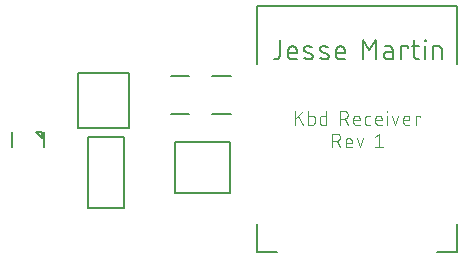
<source format=gto>
G75*
%MOIN*%
%OFA0B0*%
%FSLAX25Y25*%
%IPPOS*%
%LPD*%
%AMOC8*
5,1,8,0,0,1.08239X$1,22.5*
%
%ADD10C,0.00600*%
%ADD11C,0.00400*%
%ADD12C,0.00500*%
D10*
X0097975Y0074091D02*
X0098686Y0074091D01*
X0098760Y0074093D01*
X0098835Y0074099D01*
X0098908Y0074109D01*
X0098982Y0074122D01*
X0099054Y0074139D01*
X0099125Y0074161D01*
X0099196Y0074185D01*
X0099264Y0074214D01*
X0099332Y0074246D01*
X0099397Y0074282D01*
X0099460Y0074320D01*
X0099522Y0074363D01*
X0099581Y0074408D01*
X0099638Y0074456D01*
X0099692Y0074507D01*
X0099743Y0074561D01*
X0099791Y0074618D01*
X0099836Y0074677D01*
X0099879Y0074739D01*
X0099917Y0074802D01*
X0099953Y0074867D01*
X0099985Y0074935D01*
X0100014Y0075003D01*
X0100038Y0075074D01*
X0100060Y0075145D01*
X0100077Y0075217D01*
X0100090Y0075291D01*
X0100100Y0075364D01*
X0100106Y0075439D01*
X0100108Y0075513D01*
X0100109Y0075513D02*
X0100109Y0080491D01*
X0102836Y0076936D02*
X0102836Y0075158D01*
X0102836Y0076225D02*
X0105681Y0076225D01*
X0105681Y0076936D01*
X0105680Y0076936D02*
X0105678Y0077010D01*
X0105672Y0077085D01*
X0105662Y0077158D01*
X0105649Y0077232D01*
X0105632Y0077304D01*
X0105610Y0077375D01*
X0105586Y0077446D01*
X0105557Y0077514D01*
X0105525Y0077582D01*
X0105489Y0077647D01*
X0105451Y0077710D01*
X0105408Y0077772D01*
X0105363Y0077831D01*
X0105315Y0077888D01*
X0105264Y0077942D01*
X0105210Y0077993D01*
X0105153Y0078041D01*
X0105094Y0078086D01*
X0105032Y0078129D01*
X0104969Y0078167D01*
X0104904Y0078203D01*
X0104836Y0078235D01*
X0104768Y0078264D01*
X0104697Y0078288D01*
X0104626Y0078310D01*
X0104554Y0078327D01*
X0104480Y0078340D01*
X0104407Y0078350D01*
X0104332Y0078356D01*
X0104258Y0078358D01*
X0104184Y0078356D01*
X0104109Y0078350D01*
X0104036Y0078340D01*
X0103962Y0078327D01*
X0103890Y0078310D01*
X0103819Y0078288D01*
X0103748Y0078264D01*
X0103680Y0078235D01*
X0103612Y0078203D01*
X0103547Y0078167D01*
X0103484Y0078129D01*
X0103422Y0078086D01*
X0103363Y0078041D01*
X0103306Y0077993D01*
X0103252Y0077942D01*
X0103201Y0077888D01*
X0103153Y0077831D01*
X0103108Y0077772D01*
X0103065Y0077710D01*
X0103027Y0077647D01*
X0102991Y0077582D01*
X0102959Y0077514D01*
X0102930Y0077446D01*
X0102906Y0077375D01*
X0102884Y0077304D01*
X0102867Y0077232D01*
X0102854Y0077158D01*
X0102844Y0077085D01*
X0102838Y0077010D01*
X0102836Y0076936D01*
X0102836Y0075158D02*
X0102838Y0075094D01*
X0102844Y0075029D01*
X0102853Y0074966D01*
X0102867Y0074903D01*
X0102884Y0074841D01*
X0102905Y0074780D01*
X0102930Y0074720D01*
X0102958Y0074662D01*
X0102990Y0074606D01*
X0103025Y0074552D01*
X0103063Y0074500D01*
X0103104Y0074450D01*
X0103149Y0074404D01*
X0103195Y0074359D01*
X0103245Y0074318D01*
X0103297Y0074280D01*
X0103351Y0074245D01*
X0103407Y0074213D01*
X0103465Y0074185D01*
X0103525Y0074160D01*
X0103586Y0074139D01*
X0103648Y0074122D01*
X0103711Y0074108D01*
X0103774Y0074099D01*
X0103839Y0074093D01*
X0103903Y0074091D01*
X0105681Y0074091D01*
X0109059Y0078359D02*
X0109177Y0078355D01*
X0109294Y0078348D01*
X0109412Y0078338D01*
X0109529Y0078324D01*
X0109645Y0078307D01*
X0109761Y0078287D01*
X0109877Y0078263D01*
X0109992Y0078236D01*
X0110106Y0078205D01*
X0110218Y0078171D01*
X0110330Y0078134D01*
X0110441Y0078093D01*
X0110551Y0078050D01*
X0110659Y0078003D01*
X0109058Y0078358D02*
X0108999Y0078357D01*
X0108939Y0078352D01*
X0108881Y0078343D01*
X0108822Y0078331D01*
X0108765Y0078314D01*
X0108709Y0078295D01*
X0108654Y0078271D01*
X0108601Y0078244D01*
X0108550Y0078214D01*
X0108501Y0078180D01*
X0108454Y0078144D01*
X0108410Y0078104D01*
X0108368Y0078062D01*
X0108329Y0078017D01*
X0108293Y0077969D01*
X0108260Y0077920D01*
X0108231Y0077868D01*
X0108204Y0077815D01*
X0108182Y0077760D01*
X0108163Y0077703D01*
X0108147Y0077646D01*
X0108136Y0077588D01*
X0108128Y0077529D01*
X0108124Y0077469D01*
X0108123Y0077410D01*
X0108127Y0077350D01*
X0108134Y0077291D01*
X0108146Y0077233D01*
X0108161Y0077175D01*
X0108179Y0077119D01*
X0108202Y0077064D01*
X0108227Y0077010D01*
X0108257Y0076958D01*
X0108289Y0076908D01*
X0108325Y0076861D01*
X0108363Y0076815D01*
X0108405Y0076773D01*
X0108449Y0076733D01*
X0108495Y0076696D01*
X0108544Y0076662D01*
X0108595Y0076631D01*
X0108648Y0076604D01*
X0108703Y0076580D01*
X0110481Y0075869D01*
X0110480Y0075869D02*
X0110535Y0075845D01*
X0110588Y0075818D01*
X0110639Y0075787D01*
X0110688Y0075753D01*
X0110734Y0075716D01*
X0110778Y0075676D01*
X0110820Y0075634D01*
X0110858Y0075588D01*
X0110894Y0075541D01*
X0110926Y0075491D01*
X0110956Y0075439D01*
X0110981Y0075385D01*
X0111004Y0075330D01*
X0111022Y0075274D01*
X0111037Y0075216D01*
X0111049Y0075158D01*
X0111056Y0075099D01*
X0111060Y0075039D01*
X0111059Y0074980D01*
X0111055Y0074920D01*
X0111047Y0074861D01*
X0111036Y0074803D01*
X0111020Y0074746D01*
X0111001Y0074689D01*
X0110979Y0074634D01*
X0110952Y0074581D01*
X0110923Y0074529D01*
X0110890Y0074480D01*
X0110854Y0074432D01*
X0110815Y0074387D01*
X0110773Y0074345D01*
X0110729Y0074305D01*
X0110682Y0074269D01*
X0110633Y0074235D01*
X0110582Y0074205D01*
X0110529Y0074178D01*
X0110474Y0074154D01*
X0110418Y0074135D01*
X0110361Y0074118D01*
X0110302Y0074106D01*
X0110244Y0074097D01*
X0110184Y0074092D01*
X0110125Y0074091D01*
X0114392Y0078359D02*
X0114510Y0078355D01*
X0114627Y0078348D01*
X0114745Y0078338D01*
X0114862Y0078324D01*
X0114978Y0078307D01*
X0115094Y0078287D01*
X0115210Y0078263D01*
X0115325Y0078236D01*
X0115439Y0078205D01*
X0115551Y0078171D01*
X0115663Y0078134D01*
X0115774Y0078093D01*
X0115884Y0078050D01*
X0115992Y0078003D01*
X0114392Y0078358D02*
X0114333Y0078357D01*
X0114273Y0078352D01*
X0114215Y0078343D01*
X0114156Y0078331D01*
X0114099Y0078314D01*
X0114043Y0078295D01*
X0113988Y0078271D01*
X0113935Y0078244D01*
X0113884Y0078214D01*
X0113835Y0078180D01*
X0113788Y0078144D01*
X0113744Y0078104D01*
X0113702Y0078062D01*
X0113663Y0078017D01*
X0113627Y0077969D01*
X0113594Y0077920D01*
X0113565Y0077868D01*
X0113538Y0077815D01*
X0113516Y0077760D01*
X0113497Y0077703D01*
X0113481Y0077646D01*
X0113470Y0077588D01*
X0113462Y0077529D01*
X0113458Y0077469D01*
X0113457Y0077410D01*
X0113461Y0077350D01*
X0113468Y0077291D01*
X0113480Y0077233D01*
X0113495Y0077175D01*
X0113513Y0077119D01*
X0113536Y0077064D01*
X0113561Y0077010D01*
X0113591Y0076958D01*
X0113623Y0076908D01*
X0113659Y0076861D01*
X0113697Y0076815D01*
X0113739Y0076773D01*
X0113783Y0076733D01*
X0113829Y0076696D01*
X0113878Y0076662D01*
X0113929Y0076631D01*
X0113982Y0076604D01*
X0114037Y0076580D01*
X0115814Y0075869D01*
X0115869Y0075845D01*
X0115922Y0075818D01*
X0115973Y0075787D01*
X0116022Y0075753D01*
X0116068Y0075716D01*
X0116112Y0075676D01*
X0116154Y0075634D01*
X0116192Y0075588D01*
X0116228Y0075541D01*
X0116260Y0075491D01*
X0116290Y0075439D01*
X0116315Y0075385D01*
X0116338Y0075330D01*
X0116356Y0075274D01*
X0116371Y0075216D01*
X0116383Y0075158D01*
X0116390Y0075099D01*
X0116394Y0075039D01*
X0116393Y0074980D01*
X0116389Y0074920D01*
X0116381Y0074861D01*
X0116370Y0074803D01*
X0116354Y0074746D01*
X0116335Y0074689D01*
X0116313Y0074634D01*
X0116286Y0074581D01*
X0116257Y0074529D01*
X0116224Y0074480D01*
X0116188Y0074432D01*
X0116149Y0074387D01*
X0116107Y0074345D01*
X0116063Y0074305D01*
X0116016Y0074269D01*
X0115967Y0074235D01*
X0115916Y0074205D01*
X0115863Y0074178D01*
X0115808Y0074154D01*
X0115752Y0074135D01*
X0115695Y0074118D01*
X0115636Y0074106D01*
X0115578Y0074097D01*
X0115518Y0074092D01*
X0115459Y0074091D01*
X0118837Y0075158D02*
X0118837Y0076936D01*
X0118837Y0076225D02*
X0121681Y0076225D01*
X0121681Y0076936D01*
X0121679Y0077010D01*
X0121673Y0077085D01*
X0121663Y0077158D01*
X0121650Y0077232D01*
X0121633Y0077304D01*
X0121611Y0077375D01*
X0121587Y0077446D01*
X0121558Y0077514D01*
X0121526Y0077582D01*
X0121490Y0077647D01*
X0121452Y0077710D01*
X0121409Y0077772D01*
X0121364Y0077831D01*
X0121316Y0077888D01*
X0121265Y0077942D01*
X0121211Y0077993D01*
X0121154Y0078041D01*
X0121095Y0078086D01*
X0121033Y0078129D01*
X0120970Y0078167D01*
X0120905Y0078203D01*
X0120837Y0078235D01*
X0120769Y0078264D01*
X0120698Y0078288D01*
X0120627Y0078310D01*
X0120555Y0078327D01*
X0120481Y0078340D01*
X0120408Y0078350D01*
X0120333Y0078356D01*
X0120259Y0078358D01*
X0120185Y0078356D01*
X0120110Y0078350D01*
X0120037Y0078340D01*
X0119963Y0078327D01*
X0119891Y0078310D01*
X0119820Y0078288D01*
X0119749Y0078264D01*
X0119681Y0078235D01*
X0119613Y0078203D01*
X0119548Y0078167D01*
X0119485Y0078129D01*
X0119423Y0078086D01*
X0119364Y0078041D01*
X0119307Y0077993D01*
X0119253Y0077942D01*
X0119202Y0077888D01*
X0119154Y0077831D01*
X0119109Y0077772D01*
X0119066Y0077710D01*
X0119028Y0077647D01*
X0118992Y0077582D01*
X0118960Y0077514D01*
X0118931Y0077446D01*
X0118907Y0077375D01*
X0118885Y0077304D01*
X0118868Y0077232D01*
X0118855Y0077158D01*
X0118845Y0077085D01*
X0118839Y0077010D01*
X0118837Y0076936D01*
X0118836Y0075158D02*
X0118838Y0075094D01*
X0118844Y0075029D01*
X0118853Y0074966D01*
X0118867Y0074903D01*
X0118884Y0074841D01*
X0118905Y0074780D01*
X0118930Y0074720D01*
X0118958Y0074662D01*
X0118990Y0074606D01*
X0119025Y0074552D01*
X0119063Y0074500D01*
X0119104Y0074450D01*
X0119149Y0074404D01*
X0119195Y0074359D01*
X0119245Y0074318D01*
X0119297Y0074280D01*
X0119351Y0074245D01*
X0119407Y0074213D01*
X0119465Y0074185D01*
X0119525Y0074160D01*
X0119586Y0074139D01*
X0119648Y0074122D01*
X0119711Y0074108D01*
X0119774Y0074099D01*
X0119839Y0074093D01*
X0119903Y0074091D01*
X0121681Y0074091D01*
X0127767Y0074091D02*
X0127767Y0080491D01*
X0129900Y0076936D01*
X0132034Y0080491D01*
X0132034Y0074091D01*
X0136053Y0074091D02*
X0137653Y0074091D01*
X0137653Y0077291D01*
X0137653Y0076580D02*
X0136053Y0076580D01*
X0137653Y0077291D02*
X0137651Y0077355D01*
X0137645Y0077420D01*
X0137636Y0077483D01*
X0137622Y0077546D01*
X0137605Y0077608D01*
X0137584Y0077669D01*
X0137559Y0077729D01*
X0137531Y0077787D01*
X0137499Y0077843D01*
X0137464Y0077897D01*
X0137426Y0077949D01*
X0137385Y0077999D01*
X0137340Y0078045D01*
X0137294Y0078090D01*
X0137244Y0078131D01*
X0137192Y0078169D01*
X0137138Y0078204D01*
X0137082Y0078236D01*
X0137024Y0078264D01*
X0136964Y0078289D01*
X0136903Y0078310D01*
X0136841Y0078327D01*
X0136778Y0078341D01*
X0136715Y0078350D01*
X0136650Y0078356D01*
X0136586Y0078358D01*
X0135164Y0078358D01*
X0136053Y0076580D02*
X0135983Y0076578D01*
X0135914Y0076572D01*
X0135845Y0076562D01*
X0135776Y0076549D01*
X0135709Y0076531D01*
X0135642Y0076510D01*
X0135577Y0076485D01*
X0135513Y0076457D01*
X0135451Y0076425D01*
X0135391Y0076389D01*
X0135333Y0076351D01*
X0135277Y0076309D01*
X0135224Y0076264D01*
X0135173Y0076216D01*
X0135125Y0076165D01*
X0135080Y0076112D01*
X0135038Y0076056D01*
X0135000Y0075998D01*
X0134964Y0075938D01*
X0134932Y0075876D01*
X0134904Y0075812D01*
X0134879Y0075747D01*
X0134858Y0075680D01*
X0134840Y0075613D01*
X0134827Y0075544D01*
X0134817Y0075475D01*
X0134811Y0075406D01*
X0134809Y0075336D01*
X0134811Y0075266D01*
X0134817Y0075197D01*
X0134827Y0075128D01*
X0134840Y0075059D01*
X0134858Y0074992D01*
X0134879Y0074925D01*
X0134904Y0074860D01*
X0134932Y0074796D01*
X0134964Y0074734D01*
X0135000Y0074674D01*
X0135038Y0074616D01*
X0135080Y0074560D01*
X0135125Y0074507D01*
X0135173Y0074456D01*
X0135224Y0074408D01*
X0135277Y0074363D01*
X0135333Y0074321D01*
X0135391Y0074283D01*
X0135451Y0074247D01*
X0135513Y0074215D01*
X0135577Y0074187D01*
X0135642Y0074162D01*
X0135709Y0074141D01*
X0135776Y0074123D01*
X0135845Y0074110D01*
X0135914Y0074100D01*
X0135983Y0074094D01*
X0136053Y0074092D01*
X0140614Y0074091D02*
X0140614Y0078358D01*
X0142748Y0078358D01*
X0142748Y0077647D01*
X0144173Y0078358D02*
X0146306Y0078358D01*
X0148567Y0078358D02*
X0148567Y0074091D01*
X0151248Y0074091D02*
X0151248Y0078358D01*
X0153026Y0078358D01*
X0153090Y0078356D01*
X0153155Y0078350D01*
X0153218Y0078341D01*
X0153281Y0078327D01*
X0153343Y0078310D01*
X0153404Y0078289D01*
X0153464Y0078264D01*
X0153522Y0078236D01*
X0153578Y0078204D01*
X0153632Y0078169D01*
X0153684Y0078131D01*
X0153734Y0078090D01*
X0153780Y0078045D01*
X0153825Y0077999D01*
X0153866Y0077949D01*
X0153904Y0077897D01*
X0153939Y0077843D01*
X0153971Y0077787D01*
X0153999Y0077729D01*
X0154024Y0077669D01*
X0154045Y0077608D01*
X0154062Y0077546D01*
X0154076Y0077483D01*
X0154085Y0077420D01*
X0154091Y0077355D01*
X0154093Y0077291D01*
X0154092Y0077291D02*
X0154092Y0074091D01*
X0146306Y0074091D02*
X0145951Y0074091D01*
X0145887Y0074093D01*
X0145822Y0074099D01*
X0145759Y0074108D01*
X0145696Y0074122D01*
X0145634Y0074139D01*
X0145573Y0074160D01*
X0145513Y0074185D01*
X0145455Y0074213D01*
X0145399Y0074245D01*
X0145345Y0074280D01*
X0145293Y0074318D01*
X0145243Y0074359D01*
X0145197Y0074404D01*
X0145152Y0074450D01*
X0145111Y0074500D01*
X0145073Y0074552D01*
X0145038Y0074606D01*
X0145006Y0074662D01*
X0144978Y0074720D01*
X0144953Y0074780D01*
X0144932Y0074841D01*
X0144915Y0074903D01*
X0144901Y0074966D01*
X0144892Y0075029D01*
X0144886Y0075094D01*
X0144884Y0075158D01*
X0144884Y0080491D01*
X0148390Y0080491D02*
X0148745Y0080491D01*
X0148745Y0080136D01*
X0148390Y0080136D01*
X0148390Y0080491D01*
X0115459Y0074092D02*
X0115305Y0074096D01*
X0115152Y0074104D01*
X0114999Y0074116D01*
X0114846Y0074132D01*
X0114694Y0074151D01*
X0114542Y0074175D01*
X0114391Y0074202D01*
X0114241Y0074234D01*
X0114091Y0074269D01*
X0113942Y0074308D01*
X0113795Y0074351D01*
X0113648Y0074397D01*
X0113503Y0074447D01*
X0110125Y0074092D02*
X0109971Y0074096D01*
X0109818Y0074104D01*
X0109665Y0074116D01*
X0109512Y0074132D01*
X0109360Y0074151D01*
X0109208Y0074175D01*
X0109057Y0074202D01*
X0108907Y0074234D01*
X0108757Y0074269D01*
X0108608Y0074308D01*
X0108461Y0074351D01*
X0108314Y0074397D01*
X0108169Y0074447D01*
D11*
X0107758Y0056750D02*
X0105202Y0053939D01*
X0106225Y0054962D02*
X0107758Y0052150D01*
X0109614Y0052150D02*
X0110892Y0052150D01*
X0110947Y0052152D01*
X0111001Y0052158D01*
X0111055Y0052168D01*
X0111108Y0052181D01*
X0111160Y0052198D01*
X0111211Y0052219D01*
X0111260Y0052244D01*
X0111307Y0052272D01*
X0111352Y0052303D01*
X0111394Y0052337D01*
X0111434Y0052375D01*
X0111472Y0052415D01*
X0111506Y0052457D01*
X0111537Y0052502D01*
X0111565Y0052549D01*
X0111590Y0052598D01*
X0111611Y0052649D01*
X0111628Y0052701D01*
X0111641Y0052754D01*
X0111651Y0052808D01*
X0111657Y0052862D01*
X0111659Y0052917D01*
X0111659Y0054450D01*
X0111657Y0054505D01*
X0111651Y0054559D01*
X0111641Y0054613D01*
X0111628Y0054666D01*
X0111611Y0054718D01*
X0111590Y0054769D01*
X0111565Y0054818D01*
X0111537Y0054865D01*
X0111506Y0054910D01*
X0111472Y0054952D01*
X0111434Y0054992D01*
X0111394Y0055030D01*
X0111352Y0055064D01*
X0111307Y0055095D01*
X0111260Y0055123D01*
X0111211Y0055148D01*
X0111160Y0055169D01*
X0111108Y0055186D01*
X0111055Y0055199D01*
X0111001Y0055209D01*
X0110947Y0055215D01*
X0110892Y0055217D01*
X0109614Y0055217D01*
X0109614Y0056750D02*
X0109614Y0052150D01*
X0113468Y0052917D02*
X0113468Y0054450D01*
X0113470Y0054505D01*
X0113476Y0054559D01*
X0113486Y0054613D01*
X0113499Y0054666D01*
X0113516Y0054718D01*
X0113537Y0054769D01*
X0113562Y0054818D01*
X0113590Y0054865D01*
X0113621Y0054910D01*
X0113655Y0054952D01*
X0113693Y0054992D01*
X0113733Y0055030D01*
X0113775Y0055064D01*
X0113820Y0055095D01*
X0113867Y0055123D01*
X0113916Y0055148D01*
X0113967Y0055169D01*
X0114019Y0055186D01*
X0114072Y0055199D01*
X0114126Y0055209D01*
X0114180Y0055215D01*
X0114235Y0055217D01*
X0115513Y0055217D01*
X0115513Y0056750D02*
X0115513Y0052150D01*
X0114235Y0052150D01*
X0114180Y0052152D01*
X0114126Y0052158D01*
X0114072Y0052168D01*
X0114019Y0052181D01*
X0113967Y0052198D01*
X0113916Y0052219D01*
X0113867Y0052244D01*
X0113820Y0052272D01*
X0113775Y0052303D01*
X0113733Y0052337D01*
X0113693Y0052375D01*
X0113655Y0052415D01*
X0113621Y0052457D01*
X0113590Y0052502D01*
X0113562Y0052549D01*
X0113537Y0052598D01*
X0113516Y0052649D01*
X0113499Y0052701D01*
X0113486Y0052754D01*
X0113476Y0052808D01*
X0113470Y0052862D01*
X0113468Y0052917D01*
X0117563Y0049250D02*
X0118841Y0049250D01*
X0117563Y0049250D02*
X0117563Y0044650D01*
X0120119Y0044650D02*
X0119097Y0046695D01*
X0118841Y0046695D02*
X0117563Y0046695D01*
X0118841Y0046695D02*
X0118911Y0046697D01*
X0118982Y0046703D01*
X0119051Y0046712D01*
X0119120Y0046726D01*
X0119189Y0046743D01*
X0119256Y0046764D01*
X0119322Y0046789D01*
X0119386Y0046817D01*
X0119449Y0046849D01*
X0119510Y0046884D01*
X0119569Y0046923D01*
X0119626Y0046964D01*
X0119680Y0047009D01*
X0119732Y0047057D01*
X0119781Y0047107D01*
X0119828Y0047161D01*
X0119871Y0047216D01*
X0119911Y0047274D01*
X0119948Y0047334D01*
X0119981Y0047396D01*
X0120011Y0047460D01*
X0120038Y0047525D01*
X0120061Y0047591D01*
X0120080Y0047659D01*
X0120095Y0047728D01*
X0120107Y0047797D01*
X0120115Y0047867D01*
X0120119Y0047938D01*
X0120119Y0048008D01*
X0120115Y0048079D01*
X0120107Y0048149D01*
X0120095Y0048218D01*
X0120080Y0048287D01*
X0120061Y0048355D01*
X0120038Y0048421D01*
X0120011Y0048486D01*
X0119981Y0048550D01*
X0119948Y0048612D01*
X0119911Y0048672D01*
X0119871Y0048730D01*
X0119828Y0048785D01*
X0119781Y0048839D01*
X0119732Y0048889D01*
X0119680Y0048937D01*
X0119626Y0048982D01*
X0119569Y0049023D01*
X0119510Y0049062D01*
X0119449Y0049097D01*
X0119386Y0049129D01*
X0119322Y0049157D01*
X0119256Y0049182D01*
X0119189Y0049203D01*
X0119120Y0049220D01*
X0119051Y0049234D01*
X0118982Y0049243D01*
X0118911Y0049249D01*
X0118841Y0049251D01*
X0120165Y0052150D02*
X0120165Y0056750D01*
X0121442Y0056750D01*
X0121442Y0056751D02*
X0121512Y0056749D01*
X0121583Y0056743D01*
X0121652Y0056734D01*
X0121721Y0056720D01*
X0121790Y0056703D01*
X0121857Y0056682D01*
X0121923Y0056657D01*
X0121987Y0056629D01*
X0122050Y0056597D01*
X0122111Y0056562D01*
X0122170Y0056523D01*
X0122227Y0056482D01*
X0122281Y0056437D01*
X0122333Y0056389D01*
X0122382Y0056339D01*
X0122429Y0056285D01*
X0122472Y0056230D01*
X0122512Y0056172D01*
X0122549Y0056112D01*
X0122582Y0056050D01*
X0122612Y0055986D01*
X0122639Y0055921D01*
X0122662Y0055855D01*
X0122681Y0055787D01*
X0122696Y0055718D01*
X0122708Y0055649D01*
X0122716Y0055579D01*
X0122720Y0055508D01*
X0122720Y0055438D01*
X0122716Y0055367D01*
X0122708Y0055297D01*
X0122696Y0055228D01*
X0122681Y0055159D01*
X0122662Y0055091D01*
X0122639Y0055025D01*
X0122612Y0054960D01*
X0122582Y0054896D01*
X0122549Y0054834D01*
X0122512Y0054774D01*
X0122472Y0054716D01*
X0122429Y0054661D01*
X0122382Y0054607D01*
X0122333Y0054557D01*
X0122281Y0054509D01*
X0122227Y0054464D01*
X0122170Y0054423D01*
X0122111Y0054384D01*
X0122050Y0054349D01*
X0121987Y0054317D01*
X0121923Y0054289D01*
X0121857Y0054264D01*
X0121790Y0054243D01*
X0121721Y0054226D01*
X0121652Y0054212D01*
X0121583Y0054203D01*
X0121512Y0054197D01*
X0121442Y0054195D01*
X0120165Y0054195D01*
X0121698Y0054195D02*
X0122720Y0052150D01*
X0124591Y0052917D02*
X0124591Y0054195D01*
X0124591Y0053684D02*
X0126636Y0053684D01*
X0126636Y0054195D01*
X0126635Y0054195D02*
X0126633Y0054258D01*
X0126627Y0054321D01*
X0126618Y0054383D01*
X0126604Y0054444D01*
X0126587Y0054505D01*
X0126566Y0054564D01*
X0126541Y0054622D01*
X0126513Y0054679D01*
X0126482Y0054733D01*
X0126447Y0054785D01*
X0126409Y0054836D01*
X0126368Y0054884D01*
X0126324Y0054929D01*
X0126278Y0054971D01*
X0126229Y0055011D01*
X0126178Y0055047D01*
X0126124Y0055080D01*
X0126069Y0055110D01*
X0126011Y0055136D01*
X0125953Y0055159D01*
X0125893Y0055178D01*
X0125832Y0055193D01*
X0125770Y0055205D01*
X0125707Y0055213D01*
X0125644Y0055217D01*
X0125582Y0055217D01*
X0125519Y0055213D01*
X0125456Y0055205D01*
X0125394Y0055193D01*
X0125333Y0055178D01*
X0125273Y0055159D01*
X0125215Y0055136D01*
X0125157Y0055110D01*
X0125102Y0055080D01*
X0125048Y0055047D01*
X0124997Y0055011D01*
X0124948Y0054971D01*
X0124902Y0054929D01*
X0124858Y0054884D01*
X0124817Y0054836D01*
X0124779Y0054785D01*
X0124744Y0054733D01*
X0124713Y0054679D01*
X0124685Y0054622D01*
X0124660Y0054564D01*
X0124639Y0054505D01*
X0124622Y0054444D01*
X0124608Y0054383D01*
X0124599Y0054321D01*
X0124593Y0054258D01*
X0124591Y0054195D01*
X0124591Y0052917D02*
X0124593Y0052862D01*
X0124599Y0052808D01*
X0124609Y0052754D01*
X0124622Y0052701D01*
X0124639Y0052649D01*
X0124660Y0052598D01*
X0124685Y0052549D01*
X0124713Y0052502D01*
X0124744Y0052457D01*
X0124778Y0052415D01*
X0124816Y0052375D01*
X0124856Y0052337D01*
X0124898Y0052303D01*
X0124943Y0052272D01*
X0124990Y0052244D01*
X0125039Y0052219D01*
X0125090Y0052198D01*
X0125142Y0052181D01*
X0125195Y0052168D01*
X0125249Y0052158D01*
X0125303Y0052152D01*
X0125358Y0052150D01*
X0126636Y0052150D01*
X0128497Y0052917D02*
X0128497Y0054450D01*
X0128496Y0054450D02*
X0128498Y0054505D01*
X0128504Y0054559D01*
X0128514Y0054613D01*
X0128527Y0054666D01*
X0128544Y0054718D01*
X0128565Y0054769D01*
X0128590Y0054818D01*
X0128618Y0054865D01*
X0128649Y0054910D01*
X0128683Y0054952D01*
X0128721Y0054992D01*
X0128761Y0055030D01*
X0128803Y0055064D01*
X0128848Y0055095D01*
X0128895Y0055123D01*
X0128944Y0055148D01*
X0128995Y0055169D01*
X0129047Y0055186D01*
X0129100Y0055199D01*
X0129154Y0055209D01*
X0129208Y0055215D01*
X0129263Y0055217D01*
X0130285Y0055217D01*
X0131941Y0054195D02*
X0131941Y0052917D01*
X0131941Y0053684D02*
X0133986Y0053684D01*
X0133986Y0054195D01*
X0133985Y0054195D02*
X0133983Y0054258D01*
X0133977Y0054321D01*
X0133968Y0054383D01*
X0133954Y0054444D01*
X0133937Y0054505D01*
X0133916Y0054564D01*
X0133891Y0054622D01*
X0133863Y0054679D01*
X0133832Y0054733D01*
X0133797Y0054785D01*
X0133759Y0054836D01*
X0133718Y0054884D01*
X0133674Y0054929D01*
X0133628Y0054971D01*
X0133579Y0055011D01*
X0133528Y0055047D01*
X0133474Y0055080D01*
X0133419Y0055110D01*
X0133361Y0055136D01*
X0133303Y0055159D01*
X0133243Y0055178D01*
X0133182Y0055193D01*
X0133120Y0055205D01*
X0133057Y0055213D01*
X0132994Y0055217D01*
X0132932Y0055217D01*
X0132869Y0055213D01*
X0132806Y0055205D01*
X0132744Y0055193D01*
X0132683Y0055178D01*
X0132623Y0055159D01*
X0132565Y0055136D01*
X0132507Y0055110D01*
X0132452Y0055080D01*
X0132398Y0055047D01*
X0132347Y0055011D01*
X0132298Y0054971D01*
X0132252Y0054929D01*
X0132208Y0054884D01*
X0132167Y0054836D01*
X0132129Y0054785D01*
X0132094Y0054733D01*
X0132063Y0054679D01*
X0132035Y0054622D01*
X0132010Y0054564D01*
X0131989Y0054505D01*
X0131972Y0054444D01*
X0131958Y0054383D01*
X0131949Y0054321D01*
X0131943Y0054258D01*
X0131941Y0054195D01*
X0131941Y0052917D02*
X0131943Y0052862D01*
X0131949Y0052808D01*
X0131959Y0052754D01*
X0131972Y0052701D01*
X0131989Y0052649D01*
X0132010Y0052598D01*
X0132035Y0052549D01*
X0132063Y0052502D01*
X0132094Y0052457D01*
X0132128Y0052415D01*
X0132166Y0052375D01*
X0132206Y0052337D01*
X0132248Y0052303D01*
X0132293Y0052272D01*
X0132340Y0052244D01*
X0132389Y0052219D01*
X0132440Y0052198D01*
X0132492Y0052181D01*
X0132545Y0052168D01*
X0132599Y0052158D01*
X0132653Y0052152D01*
X0132708Y0052150D01*
X0133986Y0052150D01*
X0135813Y0052150D02*
X0135813Y0055217D01*
X0135941Y0056495D02*
X0135686Y0056495D01*
X0135686Y0056750D01*
X0135941Y0056750D01*
X0135941Y0056495D01*
X0137491Y0055217D02*
X0138513Y0052150D01*
X0139536Y0055217D01*
X0141241Y0054195D02*
X0141241Y0052917D01*
X0141241Y0053684D02*
X0143286Y0053684D01*
X0143286Y0054195D01*
X0143285Y0054195D02*
X0143283Y0054258D01*
X0143277Y0054321D01*
X0143268Y0054383D01*
X0143254Y0054444D01*
X0143237Y0054505D01*
X0143216Y0054564D01*
X0143191Y0054622D01*
X0143163Y0054679D01*
X0143132Y0054733D01*
X0143097Y0054785D01*
X0143059Y0054836D01*
X0143018Y0054884D01*
X0142974Y0054929D01*
X0142928Y0054971D01*
X0142879Y0055011D01*
X0142828Y0055047D01*
X0142774Y0055080D01*
X0142719Y0055110D01*
X0142661Y0055136D01*
X0142603Y0055159D01*
X0142543Y0055178D01*
X0142482Y0055193D01*
X0142420Y0055205D01*
X0142357Y0055213D01*
X0142294Y0055217D01*
X0142232Y0055217D01*
X0142169Y0055213D01*
X0142106Y0055205D01*
X0142044Y0055193D01*
X0141983Y0055178D01*
X0141923Y0055159D01*
X0141865Y0055136D01*
X0141807Y0055110D01*
X0141752Y0055080D01*
X0141698Y0055047D01*
X0141647Y0055011D01*
X0141598Y0054971D01*
X0141552Y0054929D01*
X0141508Y0054884D01*
X0141467Y0054836D01*
X0141429Y0054785D01*
X0141394Y0054733D01*
X0141363Y0054679D01*
X0141335Y0054622D01*
X0141310Y0054564D01*
X0141289Y0054505D01*
X0141272Y0054444D01*
X0141258Y0054383D01*
X0141249Y0054321D01*
X0141243Y0054258D01*
X0141241Y0054195D01*
X0141241Y0052917D02*
X0141243Y0052862D01*
X0141249Y0052808D01*
X0141259Y0052754D01*
X0141272Y0052701D01*
X0141289Y0052649D01*
X0141310Y0052598D01*
X0141335Y0052549D01*
X0141363Y0052502D01*
X0141394Y0052457D01*
X0141428Y0052415D01*
X0141466Y0052375D01*
X0141506Y0052337D01*
X0141548Y0052303D01*
X0141593Y0052272D01*
X0141640Y0052244D01*
X0141689Y0052219D01*
X0141740Y0052198D01*
X0141792Y0052181D01*
X0141845Y0052168D01*
X0141899Y0052158D01*
X0141953Y0052152D01*
X0142008Y0052150D01*
X0143286Y0052150D01*
X0145317Y0052150D02*
X0145317Y0055217D01*
X0146851Y0055217D01*
X0146851Y0054706D01*
X0133212Y0049250D02*
X0133212Y0044650D01*
X0131934Y0044650D02*
X0134490Y0044650D01*
X0131934Y0048228D02*
X0133212Y0049250D01*
X0130285Y0052150D02*
X0129263Y0052150D01*
X0129208Y0052152D01*
X0129154Y0052158D01*
X0129100Y0052168D01*
X0129047Y0052181D01*
X0128995Y0052198D01*
X0128944Y0052219D01*
X0128895Y0052244D01*
X0128848Y0052272D01*
X0128803Y0052303D01*
X0128761Y0052337D01*
X0128721Y0052375D01*
X0128683Y0052415D01*
X0128649Y0052457D01*
X0128618Y0052502D01*
X0128590Y0052549D01*
X0128565Y0052598D01*
X0128544Y0052649D01*
X0128527Y0052701D01*
X0128514Y0052754D01*
X0128504Y0052808D01*
X0128498Y0052862D01*
X0128496Y0052917D01*
X0127784Y0047717D02*
X0126762Y0044650D01*
X0125740Y0047717D01*
X0124034Y0046695D02*
X0124034Y0046184D01*
X0121990Y0046184D01*
X0121990Y0046695D02*
X0121990Y0045417D01*
X0121992Y0045362D01*
X0121998Y0045308D01*
X0122008Y0045254D01*
X0122021Y0045201D01*
X0122038Y0045149D01*
X0122059Y0045098D01*
X0122084Y0045049D01*
X0122112Y0045002D01*
X0122143Y0044957D01*
X0122177Y0044915D01*
X0122215Y0044875D01*
X0122255Y0044837D01*
X0122297Y0044803D01*
X0122342Y0044772D01*
X0122389Y0044744D01*
X0122438Y0044719D01*
X0122489Y0044698D01*
X0122541Y0044681D01*
X0122594Y0044668D01*
X0122648Y0044658D01*
X0122702Y0044652D01*
X0122757Y0044650D01*
X0124034Y0044650D01*
X0124034Y0046695D02*
X0124032Y0046758D01*
X0124026Y0046821D01*
X0124017Y0046883D01*
X0124003Y0046944D01*
X0123986Y0047005D01*
X0123965Y0047064D01*
X0123940Y0047122D01*
X0123912Y0047179D01*
X0123881Y0047233D01*
X0123846Y0047285D01*
X0123808Y0047336D01*
X0123767Y0047384D01*
X0123723Y0047429D01*
X0123677Y0047471D01*
X0123628Y0047511D01*
X0123577Y0047547D01*
X0123523Y0047580D01*
X0123468Y0047610D01*
X0123410Y0047636D01*
X0123352Y0047659D01*
X0123292Y0047678D01*
X0123231Y0047693D01*
X0123169Y0047705D01*
X0123106Y0047713D01*
X0123043Y0047717D01*
X0122981Y0047717D01*
X0122918Y0047713D01*
X0122855Y0047705D01*
X0122793Y0047693D01*
X0122732Y0047678D01*
X0122672Y0047659D01*
X0122614Y0047636D01*
X0122556Y0047610D01*
X0122501Y0047580D01*
X0122447Y0047547D01*
X0122396Y0047511D01*
X0122347Y0047471D01*
X0122301Y0047429D01*
X0122257Y0047384D01*
X0122216Y0047336D01*
X0122178Y0047285D01*
X0122143Y0047233D01*
X0122112Y0047179D01*
X0122084Y0047122D01*
X0122059Y0047064D01*
X0122038Y0047005D01*
X0122021Y0046944D01*
X0122007Y0046883D01*
X0121998Y0046821D01*
X0121992Y0046758D01*
X0121990Y0046695D01*
X0105202Y0052150D02*
X0105202Y0056750D01*
D12*
X0036193Y0048125D02*
X0036193Y0024503D01*
X0048004Y0024503D01*
X0048004Y0048125D01*
X0036193Y0048125D01*
X0032877Y0051014D02*
X0049806Y0051014D01*
X0049806Y0069518D01*
X0032877Y0069518D01*
X0032877Y0051014D01*
X0021395Y0049662D02*
X0021395Y0044662D01*
X0020673Y0047762D02*
X0018752Y0049682D01*
X0020665Y0049682D01*
X0020673Y0049682D02*
X0020673Y0047762D01*
X0010766Y0049662D02*
X0010766Y0044662D01*
X0063633Y0055775D02*
X0069932Y0055775D01*
X0077568Y0055830D02*
X0083867Y0055830D01*
X0083583Y0046293D02*
X0065079Y0046293D01*
X0065079Y0029364D01*
X0083583Y0029364D01*
X0083583Y0046293D01*
X0083867Y0068429D02*
X0077568Y0068429D01*
X0069932Y0068374D02*
X0063633Y0068374D01*
X0092293Y0072333D02*
X0092293Y0091624D01*
X0159222Y0091624D01*
X0159222Y0072333D01*
X0159222Y0019184D02*
X0159222Y0009735D01*
X0152529Y0009735D01*
X0098986Y0009735D02*
X0092293Y0009735D01*
X0092293Y0019184D01*
M02*

</source>
